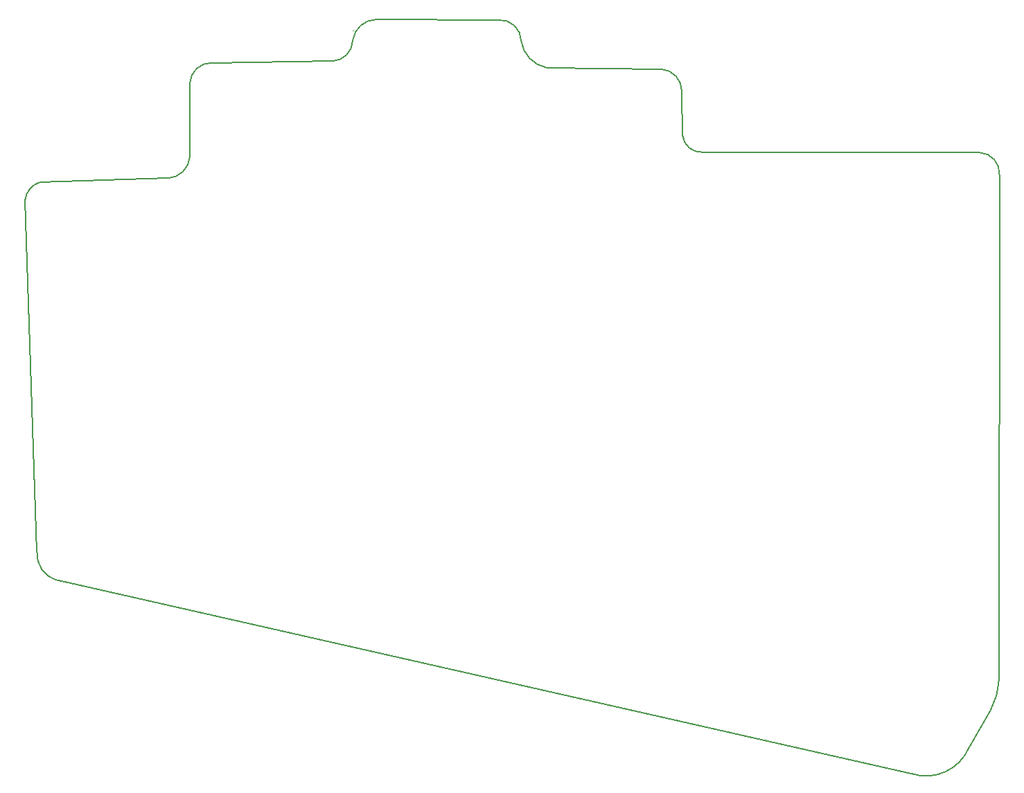
<source format=gm1>
%TF.GenerationSoftware,KiCad,Pcbnew,(6.0.4)*%
%TF.CreationDate,2022-05-15T06:34:31+02:00*%
%TF.ProjectId,battoota,62617474-6f6f-4746-912e-6b696361645f,v1.0.0*%
%TF.SameCoordinates,Original*%
%TF.FileFunction,Profile,NP*%
%FSLAX46Y46*%
G04 Gerber Fmt 4.6, Leading zero omitted, Abs format (unit mm)*
G04 Created by KiCad (PCBNEW (6.0.4)) date 2022-05-15 06:34:31*
%MOMM*%
%LPD*%
G01*
G04 APERTURE LIST*
%TA.AperFunction,Profile*%
%ADD10C,0.150000*%
%TD*%
G04 APERTURE END LIST*
D10*
X68760709Y117488760D02*
X83499889Y117700820D01*
X126173900Y113933708D02*
G75*
G03*
X123633938Y116727707I-2715300J83092D01*
G01*
X47778252Y102914669D02*
G75*
G03*
X45903154Y100692675I728648J-2517069D01*
G01*
X47778238Y102914716D02*
X63378038Y103378028D01*
X109640342Y116893075D02*
X123633938Y116727707D01*
X106534834Y120168260D02*
G75*
G03*
X109640342Y116893075I3862866J552840D01*
G01*
X162601024Y106517136D02*
X128620269Y106570579D01*
X126278145Y108591099D02*
G75*
G03*
X128620269Y106570579I2224455J210801D01*
G01*
X88862297Y122794691D02*
X103766218Y122722334D01*
X154160153Y30605300D02*
G75*
G03*
X161293836Y33836882I1838947J5430100D01*
G01*
X154160162Y30605326D02*
X49653109Y54268601D01*
X45903154Y100692675D02*
X47370368Y57714638D01*
X47370361Y57714638D02*
G75*
G03*
X49653109Y54268601I3381139J-239338D01*
G01*
X163908829Y38380216D02*
G75*
G03*
X164948263Y42166710I-7806129J4178784D01*
G01*
X85987190Y121474863D02*
X85987190Y121474863D01*
X63378035Y103378073D02*
G75*
G03*
X66039663Y106014304I-160135J2823427D01*
G01*
X164948263Y42166710D02*
X164982296Y103812548D01*
X106534760Y120168254D02*
G75*
G03*
X103766218Y122722334I-2574060J-12654D01*
G01*
X161293836Y33836882D02*
X163908833Y38380214D01*
X66039663Y114976857D02*
X66039663Y106014304D01*
X83499889Y117700829D02*
G75*
G03*
X85948006Y120207771I-111889J2558071D01*
G01*
X126278191Y108591103D02*
X126173938Y113933707D01*
X164982245Y103812551D02*
G75*
G03*
X162601024Y106517136I-2535445J168249D01*
G01*
X68760709Y117488773D02*
G75*
G03*
X66039663Y114976857I-86109J-2636473D01*
G01*
X88862297Y122794679D02*
G75*
G03*
X85948006Y120207771I20303J-2957879D01*
G01*
M02*

</source>
